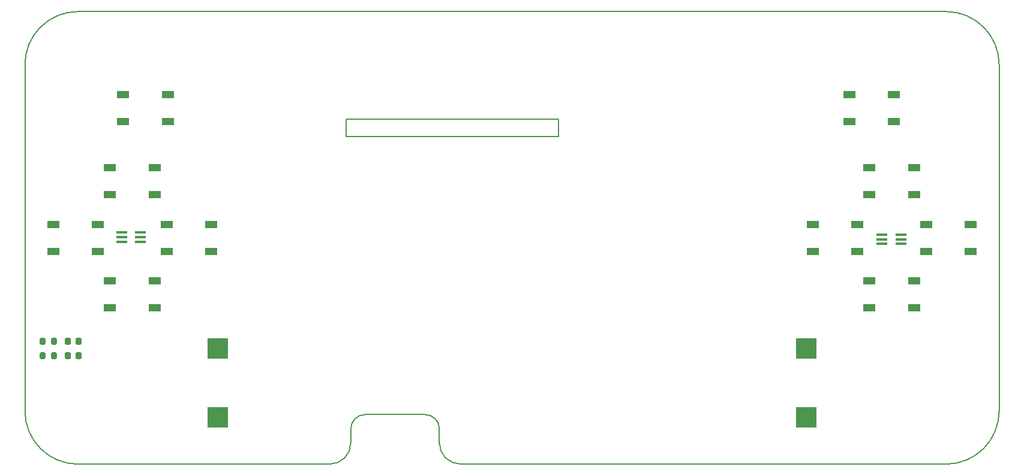
<source format=gbr>
G04 #@! TF.GenerationSoftware,KiCad,Pcbnew,7.0.9*
G04 #@! TF.CreationDate,2024-02-19T16:20:50+08:00*
G04 #@! TF.ProjectId,Teeny_girl,5465656e-795f-4676-9972-6c2e6b696361,rev?*
G04 #@! TF.SameCoordinates,Original*
G04 #@! TF.FileFunction,Paste,Top*
G04 #@! TF.FilePolarity,Positive*
%FSLAX46Y46*%
G04 Gerber Fmt 4.6, Leading zero omitted, Abs format (unit mm)*
G04 Created by KiCad (PCBNEW 7.0.9) date 2024-02-19 16:20:50*
%MOMM*%
%LPD*%
G01*
G04 APERTURE LIST*
G04 Aperture macros list*
%AMRoundRect*
0 Rectangle with rounded corners*
0 $1 Rounding radius*
0 $2 $3 $4 $5 $6 $7 $8 $9 X,Y pos of 4 corners*
0 Add a 4 corners polygon primitive as box body*
4,1,4,$2,$3,$4,$5,$6,$7,$8,$9,$2,$3,0*
0 Add four circle primitives for the rounded corners*
1,1,$1+$1,$2,$3*
1,1,$1+$1,$4,$5*
1,1,$1+$1,$6,$7*
1,1,$1+$1,$8,$9*
0 Add four rect primitives between the rounded corners*
20,1,$1+$1,$2,$3,$4,$5,0*
20,1,$1+$1,$4,$5,$6,$7,0*
20,1,$1+$1,$6,$7,$8,$9,0*
20,1,$1+$1,$8,$9,$2,$3,0*%
G04 Aperture macros list end*
%ADD10R,1.700000X1.000000*%
%ADD11RoundRect,0.200000X0.200000X0.275000X-0.200000X0.275000X-0.200000X-0.275000X0.200000X-0.275000X0*%
%ADD12RoundRect,0.218750X0.218750X0.256250X-0.218750X0.256250X-0.218750X-0.256250X0.218750X-0.256250X0*%
%ADD13RoundRect,0.200000X-0.200000X-0.275000X0.200000X-0.275000X0.200000X0.275000X-0.200000X0.275000X0*%
%ADD14R,1.500000X0.400000*%
%ADD15R,3.000000X3.000000*%
G04 #@! TA.AperFunction,Profile*
%ADD16C,0.150000*%
G04 #@! TD*
G04 APERTURE END LIST*
D10*
X86045000Y-77741900D03*
X92345000Y-77741900D03*
X86045000Y-81541900D03*
X92345000Y-81541900D03*
D11*
X78182500Y-88266900D03*
X76532500Y-88266900D03*
D10*
X193245000Y-77741900D03*
X199545000Y-77741900D03*
X193245000Y-81541900D03*
X199545000Y-81541900D03*
D12*
X81645000Y-86266900D03*
X80070000Y-86266900D03*
D13*
X76532500Y-86266900D03*
X78182500Y-86266900D03*
D10*
X201245000Y-69741900D03*
X207545000Y-69741900D03*
X201245000Y-73541900D03*
X207545000Y-73541900D03*
D12*
X81645000Y-88266900D03*
X80070000Y-88266900D03*
D10*
X94195000Y-55171900D03*
X87895000Y-55171900D03*
X94195000Y-51371900D03*
X87895000Y-51371900D03*
X94045000Y-69741900D03*
X100345000Y-69741900D03*
X94045000Y-73541900D03*
X100345000Y-73541900D03*
D14*
X87715000Y-70891900D03*
X87715000Y-71541900D03*
X87715000Y-72191900D03*
X90375000Y-72191900D03*
X90375000Y-71541900D03*
X90375000Y-70891900D03*
D15*
X101245000Y-87251900D03*
X101245000Y-97031900D03*
D10*
X86045000Y-61741900D03*
X92345000Y-61741900D03*
X86045000Y-65541900D03*
X92345000Y-65541900D03*
D15*
X184345000Y-97031900D03*
X184345000Y-87251900D03*
D14*
X195015000Y-71191900D03*
X195015000Y-71841900D03*
X195015000Y-72491900D03*
X197675000Y-72491900D03*
X197675000Y-71841900D03*
X197675000Y-71191900D03*
D10*
X193245000Y-61741900D03*
X199545000Y-61741900D03*
X193245000Y-65541900D03*
X199545000Y-65541900D03*
X185245000Y-69741900D03*
X191545000Y-69741900D03*
X185245000Y-73541900D03*
X191545000Y-73541900D03*
X78045000Y-69741900D03*
X84345000Y-69741900D03*
X78045000Y-73541900D03*
X84345000Y-73541900D03*
X196695000Y-55166900D03*
X190395000Y-55166900D03*
X196695000Y-51366900D03*
X190395000Y-51366900D03*
D16*
X116545000Y-103641900D02*
X117045000Y-103641900D01*
X117045000Y-103641900D02*
G75*
G03*
X120045000Y-100641900I0J3000000D01*
G01*
X132545000Y-98641900D02*
G75*
G03*
X130545000Y-96641900I-2000000J0D01*
G01*
X74045000Y-47141900D02*
X74045000Y-96141900D01*
X211545000Y-47141900D02*
G75*
G03*
X204045000Y-39641900I-7500000J0D01*
G01*
X120045000Y-100641900D02*
X120045000Y-98641900D01*
X81545000Y-39641900D02*
X204045000Y-39641900D01*
X132545000Y-98641900D02*
X132545000Y-100641900D01*
X122045000Y-96641900D02*
X130545000Y-96641900D01*
X81545000Y-39641900D02*
G75*
G03*
X74045000Y-47141900I0J-7500000D01*
G01*
X132545000Y-100641900D02*
G75*
G03*
X135545000Y-103641900I3000000J0D01*
G01*
X204045000Y-103641900D02*
X136545000Y-103641900D01*
X81545000Y-103641900D02*
X116545000Y-103641900D01*
X122045000Y-96641900D02*
G75*
G03*
X120045000Y-98641900I0J-2000000D01*
G01*
X211545000Y-47141900D02*
X211545000Y-96141900D01*
X136545000Y-103641900D02*
X135545000Y-103641900D01*
X74045000Y-96141900D02*
G75*
G03*
X81545000Y-103641900I7500000J0D01*
G01*
X204045000Y-103641900D02*
G75*
G03*
X211545000Y-96141900I0J7500000D01*
G01*
X149345000Y-57341900D02*
X119345000Y-57341900D01*
X119345000Y-54841900D01*
X149345000Y-54841900D01*
X149345000Y-57341900D01*
M02*

</source>
